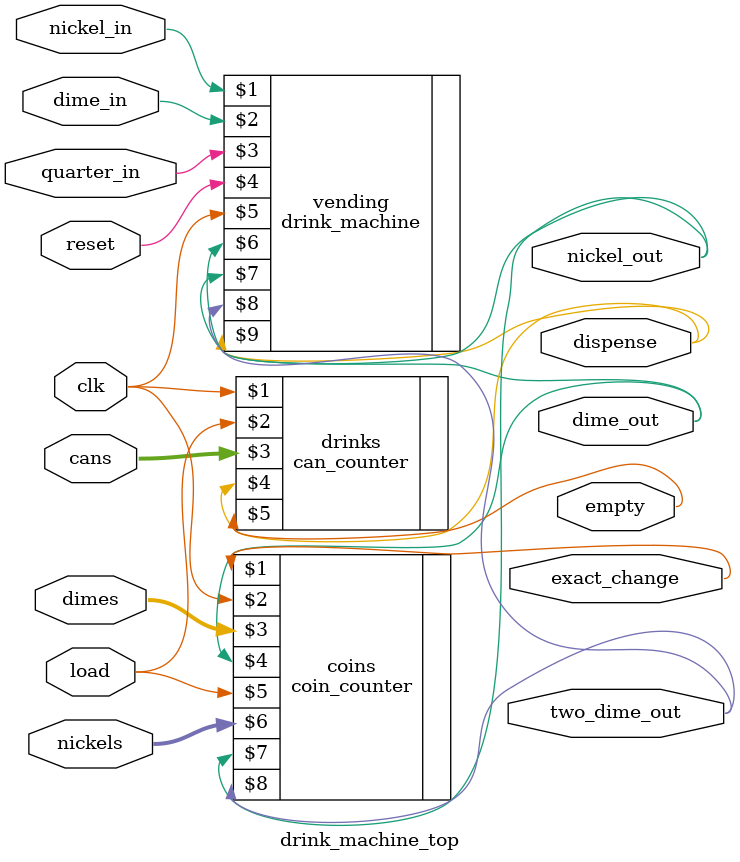
<source format=v>
module drink_machine_top( dime_out, dispense, empty, exact_change,
     nickel_out, two_dime_out, cans, clk, dimes, dime_in, load,
     nickels, nickel_in, quarter_in, reset );

input   clk, dime_in, load, nickel_in, quarter_in, reset;
output  dime_out, dispense, empty, exact_change, nickel_out,
        two_dime_out;
input [7:0]  nickels;
input [7:0]  cans;
input [7:0]  dimes;

coin_counter  coins   (exact_change, clk, dimes[7:0], dime_out, load,
                       nickels[7:0], nickel_out, two_dime_out);
can_counter   drinks  (clk, load, cans[7:0], dispense, empty);
drink_machine vending (nickel_in, dime_in, quarter_in, reset, clk,
                       nickel_out, dime_out, two_dime_out, dispense);

endmodule

</source>
